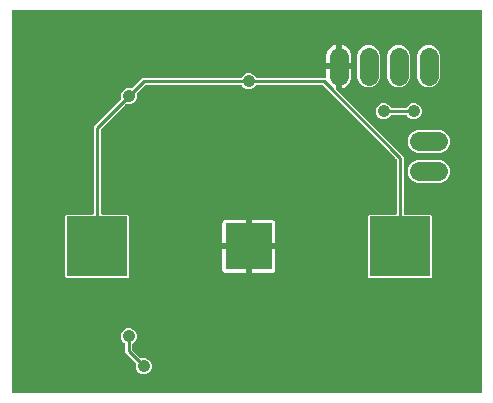
<source format=gbl>
G04 EAGLE Gerber RS-274X export*
G75*
%MOIN*%
%FSLAX36Y36*%
%LPD*%
%INBottom Copper Layer*%
%IPPOS*%
%AMOC8*
5,1,8,0,0,1.08239X$1,22.5*%
G01*
%ADD10C,0.064000*%
%ADD11R,0.155906X0.155906*%
%ADD12R,0.200000X0.200000*%
%ADD13C,0.041654*%
%ADD14C,0.010000*%

G36*
X1522472Y-89941D02*
X1522472Y-89941D01*
X1522939Y-89912D01*
X1523092Y-89862D01*
X1523250Y-89842D01*
X1523685Y-89670D01*
X1524131Y-89526D01*
X1524266Y-89440D01*
X1524415Y-89382D01*
X1524793Y-89107D01*
X1525189Y-88857D01*
X1525299Y-88740D01*
X1525428Y-88646D01*
X1525727Y-88286D01*
X1526048Y-87945D01*
X1526125Y-87805D01*
X1526227Y-87681D01*
X1526427Y-87258D01*
X1526653Y-86849D01*
X1526693Y-86694D01*
X1526761Y-86549D01*
X1526849Y-86090D01*
X1526967Y-85636D01*
X1526982Y-85398D01*
X1526997Y-85319D01*
X1526992Y-85238D01*
X1527007Y-85000D01*
X1527007Y1184606D01*
X1526949Y1185070D01*
X1526920Y1185538D01*
X1526870Y1185690D01*
X1526850Y1185849D01*
X1526678Y1186284D01*
X1526534Y1186729D01*
X1526448Y1186865D01*
X1526390Y1187013D01*
X1526115Y1187391D01*
X1525865Y1187787D01*
X1525748Y1187897D01*
X1525654Y1188027D01*
X1525294Y1188325D01*
X1524953Y1188646D01*
X1524813Y1188723D01*
X1524689Y1188826D01*
X1524266Y1189025D01*
X1523856Y1189251D01*
X1523701Y1189291D01*
X1523557Y1189360D01*
X1523098Y1189448D01*
X1522644Y1189565D01*
X1522406Y1189580D01*
X1522327Y1189595D01*
X1522246Y1189590D01*
X1522008Y1189606D01*
X-35000Y1189606D01*
X-35464Y1189547D01*
X-35931Y1189518D01*
X-36084Y1189469D01*
X-36242Y1189449D01*
X-36677Y1189277D01*
X-37123Y1189133D01*
X-37258Y1189047D01*
X-37407Y1188988D01*
X-37785Y1188714D01*
X-38181Y1188463D01*
X-38291Y1188346D01*
X-38421Y1188252D01*
X-38719Y1187892D01*
X-39040Y1187551D01*
X-39117Y1187411D01*
X-39219Y1187288D01*
X-39419Y1186865D01*
X-39645Y1186455D01*
X-39685Y1186300D01*
X-39753Y1186155D01*
X-39841Y1185696D01*
X-39959Y1185242D01*
X-39974Y1185004D01*
X-39989Y1184925D01*
X-39984Y1184844D01*
X-39999Y1184606D01*
X-39999Y-85000D01*
X-39941Y-85464D01*
X-39912Y-85931D01*
X-39862Y-86084D01*
X-39842Y-86242D01*
X-39670Y-86677D01*
X-39526Y-87123D01*
X-39440Y-87258D01*
X-39382Y-87407D01*
X-39107Y-87785D01*
X-38857Y-88181D01*
X-38740Y-88291D01*
X-38646Y-88421D01*
X-38286Y-88719D01*
X-37945Y-89040D01*
X-37805Y-89117D01*
X-37681Y-89219D01*
X-37258Y-89419D01*
X-36849Y-89645D01*
X-36694Y-89685D01*
X-36549Y-89753D01*
X-36090Y-89841D01*
X-35636Y-89959D01*
X-35398Y-89974D01*
X-35319Y-89989D01*
X-35238Y-89984D01*
X-35000Y-89999D01*
X1522008Y-89999D01*
X1522472Y-89941D01*
G37*
%LPC*%
G36*
X142593Y293999D02*
X142593Y293999D01*
X139078Y297514D01*
X139078Y502485D01*
X142593Y506001D01*
X229079Y506001D01*
X229543Y506059D01*
X230010Y506088D01*
X230162Y506137D01*
X230321Y506157D01*
X230756Y506329D01*
X231202Y506474D01*
X231337Y506559D01*
X231486Y506618D01*
X231864Y506892D01*
X232260Y507143D01*
X232370Y507260D01*
X232499Y507354D01*
X232797Y507714D01*
X233118Y508055D01*
X233196Y508195D01*
X233298Y508318D01*
X233497Y508742D01*
X233724Y509151D01*
X233764Y509306D01*
X233832Y509451D01*
X233920Y509910D01*
X234037Y510364D01*
X234053Y510602D01*
X234068Y510681D01*
X234063Y510762D01*
X234078Y511000D01*
X234078Y799635D01*
X241986Y807544D01*
X322549Y888106D01*
X322619Y888197D01*
X322707Y888272D01*
X323002Y888690D01*
X323316Y889095D01*
X323362Y889201D01*
X323428Y889295D01*
X323610Y889774D01*
X323814Y890244D01*
X323832Y890359D01*
X323873Y890466D01*
X323930Y890975D01*
X324010Y891481D01*
X323999Y891596D01*
X324012Y891711D01*
X323941Y892219D01*
X323893Y892728D01*
X323854Y892836D01*
X323838Y892951D01*
X323632Y893554D01*
X323172Y894664D01*
X323172Y905336D01*
X327257Y915196D01*
X334804Y922743D01*
X344664Y926827D01*
X355336Y926827D01*
X356446Y926368D01*
X356557Y926337D01*
X356660Y926285D01*
X357160Y926172D01*
X357654Y926037D01*
X357769Y926035D01*
X357881Y926010D01*
X358394Y926025D01*
X358906Y926017D01*
X359018Y926044D01*
X359133Y926047D01*
X359627Y926190D01*
X360124Y926309D01*
X360225Y926363D01*
X360336Y926395D01*
X360778Y926655D01*
X361231Y926894D01*
X361316Y926972D01*
X361416Y927030D01*
X361894Y927451D01*
X395443Y961001D01*
X722178Y961001D01*
X722293Y961015D01*
X722407Y961006D01*
X722912Y961093D01*
X723421Y961157D01*
X723528Y961200D01*
X723641Y961219D01*
X724109Y961430D01*
X724585Y961618D01*
X724679Y961686D01*
X724784Y961733D01*
X725183Y962052D01*
X725599Y962354D01*
X725672Y962443D01*
X725762Y962515D01*
X726071Y962924D01*
X726398Y963318D01*
X726447Y963422D01*
X726516Y963515D01*
X726797Y964087D01*
X727257Y965196D01*
X734804Y972743D01*
X744664Y976827D01*
X755336Y976827D01*
X765196Y972743D01*
X772743Y965196D01*
X773203Y964087D01*
X773260Y963987D01*
X773295Y963877D01*
X773569Y963444D01*
X773823Y962999D01*
X773903Y962916D01*
X773965Y962819D01*
X774337Y962468D01*
X774694Y962099D01*
X774793Y962039D01*
X774876Y961960D01*
X775324Y961713D01*
X775762Y961445D01*
X775872Y961411D01*
X775973Y961355D01*
X776470Y961226D01*
X776959Y961076D01*
X777073Y961070D01*
X777185Y961041D01*
X777821Y961001D01*
X1003000Y961001D01*
X1003464Y961059D01*
X1003931Y961088D01*
X1004084Y961137D01*
X1004242Y961157D01*
X1004677Y961329D01*
X1005123Y961474D01*
X1005258Y961559D01*
X1005407Y961618D01*
X1005785Y961892D01*
X1006181Y962143D01*
X1006291Y962260D01*
X1006421Y962354D01*
X1006719Y962714D01*
X1007040Y963055D01*
X1007117Y963195D01*
X1007219Y963318D01*
X1007419Y963742D01*
X1007645Y964151D01*
X1007685Y964306D01*
X1007753Y964451D01*
X1007841Y964910D01*
X1007959Y965364D01*
X1007974Y965602D01*
X1007989Y965681D01*
X1007984Y965762D01*
X1007999Y966000D01*
X1007999Y990001D01*
X1040001Y990001D01*
X1040001Y927627D01*
X1040049Y927242D01*
X1040061Y926853D01*
X1040128Y926623D01*
X1040158Y926385D01*
X1040300Y926024D01*
X1040408Y925650D01*
X1040530Y925443D01*
X1040618Y925220D01*
X1040847Y924906D01*
X1041044Y924571D01*
X1041306Y924272D01*
X1041354Y924207D01*
X1041391Y924176D01*
X1041465Y924092D01*
X1265922Y699635D01*
X1265922Y511000D01*
X1265980Y510536D01*
X1266009Y510069D01*
X1266059Y509916D01*
X1266079Y509757D01*
X1266251Y509323D01*
X1266395Y508877D01*
X1266481Y508742D01*
X1266539Y508593D01*
X1266814Y508215D01*
X1267064Y507819D01*
X1267181Y507709D01*
X1267275Y507579D01*
X1267635Y507281D01*
X1267976Y506960D01*
X1268116Y506883D01*
X1268240Y506781D01*
X1268663Y506581D01*
X1269073Y506355D01*
X1269228Y506315D01*
X1269372Y506247D01*
X1269831Y506159D01*
X1270285Y506041D01*
X1270523Y506026D01*
X1270602Y506011D01*
X1270683Y506016D01*
X1270921Y506001D01*
X1357407Y506001D01*
X1360922Y502485D01*
X1360922Y297514D01*
X1357407Y293999D01*
X1152436Y293999D01*
X1148921Y297514D01*
X1148921Y502485D01*
X1152436Y506001D01*
X1238921Y506001D01*
X1239385Y506059D01*
X1239852Y506088D01*
X1240005Y506137D01*
X1240164Y506157D01*
X1240599Y506329D01*
X1241044Y506474D01*
X1241180Y506559D01*
X1241328Y506618D01*
X1241706Y506892D01*
X1242102Y507143D01*
X1242212Y507260D01*
X1242342Y507354D01*
X1242640Y507714D01*
X1242961Y508055D01*
X1243038Y508195D01*
X1243141Y508318D01*
X1243340Y508742D01*
X1243566Y509151D01*
X1243606Y509306D01*
X1243675Y509451D01*
X1243763Y509910D01*
X1243880Y510364D01*
X1243895Y510602D01*
X1243910Y510681D01*
X1243905Y510762D01*
X1243921Y511000D01*
X1243921Y688451D01*
X1243872Y688837D01*
X1243860Y689225D01*
X1243794Y689456D01*
X1243764Y689694D01*
X1243621Y690055D01*
X1243513Y690429D01*
X1243391Y690635D01*
X1243303Y690858D01*
X1243075Y691173D01*
X1242877Y691508D01*
X1242615Y691806D01*
X1242567Y691872D01*
X1242530Y691903D01*
X1242456Y691986D01*
X996908Y937535D01*
X996600Y937773D01*
X996318Y938040D01*
X996108Y938156D01*
X995918Y938303D01*
X995561Y938457D01*
X995221Y938645D01*
X994989Y938705D01*
X994769Y938800D01*
X994385Y938861D01*
X994009Y938959D01*
X993612Y938984D01*
X993532Y938997D01*
X993484Y938992D01*
X993373Y938999D01*
X777821Y938999D01*
X777707Y938985D01*
X777592Y938994D01*
X777088Y938907D01*
X776579Y938842D01*
X776472Y938800D01*
X776358Y938780D01*
X775891Y938570D01*
X775414Y938382D01*
X775321Y938314D01*
X775216Y938267D01*
X774817Y937948D01*
X774401Y937646D01*
X774327Y937557D01*
X774238Y937485D01*
X773929Y937076D01*
X773602Y936681D01*
X773553Y936578D01*
X773484Y936485D01*
X773203Y935913D01*
X772743Y934804D01*
X765196Y927257D01*
X755336Y923172D01*
X744664Y923172D01*
X734804Y927257D01*
X727257Y934804D01*
X726797Y935913D01*
X726740Y936013D01*
X726705Y936123D01*
X726431Y936556D01*
X726177Y937001D01*
X726097Y937084D01*
X726035Y937181D01*
X725662Y937532D01*
X725305Y937901D01*
X725207Y937961D01*
X725123Y938040D01*
X724676Y938287D01*
X724238Y938555D01*
X724128Y938589D01*
X724027Y938645D01*
X723530Y938773D01*
X723041Y938924D01*
X722927Y938930D01*
X722815Y938959D01*
X722178Y938999D01*
X406627Y938999D01*
X406242Y938951D01*
X405853Y938939D01*
X405623Y938872D01*
X405385Y938842D01*
X405024Y938700D01*
X404650Y938592D01*
X404443Y938470D01*
X404220Y938382D01*
X403906Y938153D01*
X403571Y937956D01*
X403272Y937694D01*
X403207Y937646D01*
X403176Y937609D01*
X403092Y937535D01*
X377451Y911894D01*
X377381Y911803D01*
X377293Y911728D01*
X376998Y911310D01*
X376684Y910905D01*
X376638Y910799D01*
X376571Y910705D01*
X376390Y910226D01*
X376186Y909755D01*
X376168Y909641D01*
X376127Y909534D01*
X376070Y909025D01*
X375990Y908519D01*
X376000Y908404D01*
X375988Y908289D01*
X376059Y907781D01*
X376107Y907272D01*
X376146Y907163D01*
X376162Y907049D01*
X376368Y906446D01*
X376827Y905336D01*
X376827Y894664D01*
X372743Y884804D01*
X365196Y877257D01*
X355336Y873172D01*
X344664Y873172D01*
X343554Y873632D01*
X343443Y873663D01*
X343340Y873715D01*
X342840Y873828D01*
X342346Y873963D01*
X342231Y873965D01*
X342118Y873990D01*
X341605Y873975D01*
X341094Y873983D01*
X340982Y873956D01*
X340867Y873953D01*
X340373Y873810D01*
X339876Y873691D01*
X339774Y873637D01*
X339664Y873605D01*
X339222Y873345D01*
X338769Y873106D01*
X338683Y873028D01*
X338584Y872970D01*
X338106Y872549D01*
X257544Y791986D01*
X257305Y791679D01*
X257039Y791396D01*
X256923Y791186D01*
X256776Y790997D01*
X256621Y790640D01*
X256434Y790300D01*
X256374Y790068D01*
X256278Y789848D01*
X256217Y789464D01*
X256120Y789087D01*
X256095Y788691D01*
X256082Y788611D01*
X256086Y788563D01*
X256079Y788451D01*
X256079Y511000D01*
X256138Y510536D01*
X256167Y510069D01*
X256216Y509916D01*
X256236Y509757D01*
X256408Y509323D01*
X256552Y508877D01*
X256638Y508742D01*
X256697Y508593D01*
X256971Y508215D01*
X257222Y507819D01*
X257339Y507709D01*
X257433Y507579D01*
X257793Y507281D01*
X258134Y506960D01*
X258274Y506883D01*
X258397Y506781D01*
X258820Y506581D01*
X259230Y506355D01*
X259385Y506315D01*
X259530Y506247D01*
X259989Y506159D01*
X260442Y506041D01*
X260681Y506026D01*
X260760Y506011D01*
X260841Y506016D01*
X261079Y506001D01*
X347564Y506001D01*
X351079Y502485D01*
X351079Y297514D01*
X347564Y293999D01*
X142593Y293999D01*
G37*
%LPD*%
%LPC*%
G36*
X1342441Y929999D02*
X1342441Y929999D01*
X1328474Y935784D01*
X1317784Y946474D01*
X1311999Y960441D01*
X1311999Y1039559D01*
X1317784Y1053525D01*
X1328474Y1064215D01*
X1342441Y1070001D01*
X1357559Y1070001D01*
X1371525Y1064215D01*
X1382215Y1053525D01*
X1388001Y1039559D01*
X1388001Y960441D01*
X1382215Y946474D01*
X1371525Y935784D01*
X1357559Y929999D01*
X1342441Y929999D01*
G37*
%LPD*%
%LPC*%
G36*
X1242441Y929999D02*
X1242441Y929999D01*
X1228474Y935784D01*
X1217784Y946474D01*
X1211999Y960441D01*
X1211999Y1039559D01*
X1217784Y1053525D01*
X1228474Y1064215D01*
X1242441Y1070001D01*
X1257559Y1070001D01*
X1271525Y1064215D01*
X1282215Y1053525D01*
X1288001Y1039559D01*
X1288001Y960441D01*
X1282215Y946474D01*
X1271525Y935784D01*
X1257559Y929999D01*
X1242441Y929999D01*
G37*
%LPD*%
%LPC*%
G36*
X1142441Y929999D02*
X1142441Y929999D01*
X1128474Y935784D01*
X1117784Y946474D01*
X1111999Y960441D01*
X1111999Y1039559D01*
X1117784Y1053525D01*
X1128474Y1064215D01*
X1142441Y1070001D01*
X1157559Y1070001D01*
X1171525Y1064215D01*
X1182215Y1053525D01*
X1188001Y1039559D01*
X1188001Y960441D01*
X1182215Y946474D01*
X1171525Y935784D01*
X1157559Y929999D01*
X1142441Y929999D01*
G37*
%LPD*%
%LPC*%
G36*
X1310441Y711999D02*
X1310441Y711999D01*
X1296474Y717784D01*
X1285784Y728474D01*
X1279999Y742441D01*
X1279999Y757559D01*
X1285784Y771525D01*
X1296474Y782215D01*
X1310441Y788001D01*
X1389559Y788001D01*
X1403525Y782215D01*
X1414215Y771525D01*
X1420001Y757559D01*
X1420001Y742441D01*
X1414215Y728474D01*
X1403525Y717784D01*
X1389559Y711999D01*
X1310441Y711999D01*
G37*
%LPD*%
%LPC*%
G36*
X1310441Y611999D02*
X1310441Y611999D01*
X1296474Y617784D01*
X1285784Y628474D01*
X1279999Y642441D01*
X1279999Y657559D01*
X1285784Y671525D01*
X1296474Y682215D01*
X1310441Y688001D01*
X1389559Y688001D01*
X1403525Y682215D01*
X1414215Y671525D01*
X1420001Y657559D01*
X1420001Y642441D01*
X1414215Y628474D01*
X1403525Y617784D01*
X1389559Y611999D01*
X1310441Y611999D01*
G37*
%LPD*%
%LPC*%
G36*
X394664Y-26827D02*
X394664Y-26827D01*
X384804Y-22743D01*
X377257Y-15196D01*
X373172Y-5336D01*
X373172Y5336D01*
X373632Y6446D01*
X373663Y6557D01*
X373715Y6660D01*
X373828Y7160D01*
X373963Y7654D01*
X373965Y7769D01*
X373990Y7881D01*
X373975Y8394D01*
X373983Y8906D01*
X373956Y9018D01*
X373953Y9133D01*
X373810Y9627D01*
X373691Y10124D01*
X373637Y10225D01*
X373605Y10336D01*
X373345Y10779D01*
X373106Y11231D01*
X373028Y11316D01*
X372970Y11416D01*
X372549Y11894D01*
X346908Y37535D01*
X338999Y45443D01*
X338999Y72178D01*
X338985Y72293D01*
X338994Y72407D01*
X338907Y72912D01*
X338842Y73421D01*
X338800Y73528D01*
X338780Y73641D01*
X338570Y74109D01*
X338382Y74585D01*
X338314Y74679D01*
X338267Y74784D01*
X337948Y75183D01*
X337646Y75599D01*
X337557Y75672D01*
X337485Y75762D01*
X337076Y76071D01*
X336681Y76398D01*
X336578Y76447D01*
X336485Y76516D01*
X335913Y76797D01*
X334804Y77257D01*
X327257Y84804D01*
X323172Y94664D01*
X323172Y105336D01*
X327257Y115196D01*
X334804Y122743D01*
X344664Y126827D01*
X355336Y126827D01*
X365196Y122743D01*
X372743Y115196D01*
X376827Y105336D01*
X376827Y94664D01*
X372743Y84804D01*
X365196Y77257D01*
X364087Y76797D01*
X363987Y76740D01*
X363877Y76705D01*
X363444Y76431D01*
X362999Y76177D01*
X362916Y76097D01*
X362819Y76035D01*
X362468Y75662D01*
X362099Y75305D01*
X362039Y75207D01*
X361960Y75123D01*
X361713Y74676D01*
X361445Y74238D01*
X361411Y74128D01*
X361355Y74027D01*
X361226Y73530D01*
X361076Y73041D01*
X361070Y72927D01*
X361041Y72815D01*
X361001Y72178D01*
X361001Y56627D01*
X361049Y56242D01*
X361061Y55853D01*
X361127Y55623D01*
X361157Y55385D01*
X361300Y55024D01*
X361408Y54650D01*
X361530Y54443D01*
X361618Y54220D01*
X361846Y53906D01*
X362044Y53571D01*
X362306Y53272D01*
X362354Y53207D01*
X362391Y53176D01*
X362465Y53092D01*
X388106Y27451D01*
X388197Y27381D01*
X388272Y27293D01*
X388690Y26998D01*
X389095Y26684D01*
X389201Y26638D01*
X389295Y26571D01*
X389774Y26390D01*
X390244Y26186D01*
X390359Y26168D01*
X390466Y26127D01*
X390975Y26070D01*
X391481Y25990D01*
X391596Y26000D01*
X391711Y25988D01*
X392219Y26059D01*
X392728Y26107D01*
X392836Y26146D01*
X392951Y26162D01*
X393554Y26368D01*
X394664Y26827D01*
X405336Y26827D01*
X415196Y22743D01*
X422743Y15196D01*
X426827Y5336D01*
X426827Y-5336D01*
X422743Y-15196D01*
X415196Y-22743D01*
X405336Y-26827D01*
X394664Y-26827D01*
G37*
%LPD*%
%LPC*%
G36*
X759999Y409999D02*
X759999Y409999D01*
X759999Y487953D01*
X829270Y487953D01*
X831813Y487272D01*
X834093Y485955D01*
X835955Y484093D01*
X837272Y481813D01*
X837953Y479270D01*
X837953Y409999D01*
X759999Y409999D01*
G37*
%LPD*%
%LPC*%
G36*
X662046Y409999D02*
X662046Y409999D01*
X662047Y479270D01*
X662728Y481813D01*
X664045Y484093D01*
X665907Y485955D01*
X668187Y487272D01*
X670730Y487953D01*
X740001Y487953D01*
X740001Y409999D01*
X662046Y409999D01*
G37*
%LPD*%
%LPC*%
G36*
X759999Y312047D02*
X759999Y312047D01*
X759999Y390001D01*
X837953Y390001D01*
X837953Y320730D01*
X837272Y318187D01*
X835955Y315907D01*
X834093Y314045D01*
X831813Y312728D01*
X829270Y312047D01*
X759999Y312047D01*
G37*
%LPD*%
%LPC*%
G36*
X670730Y312047D02*
X670730Y312047D01*
X668187Y312728D01*
X665907Y314045D01*
X664045Y315907D01*
X662728Y318187D01*
X662047Y320730D01*
X662047Y390001D01*
X740001Y390001D01*
X740001Y312046D01*
X670730Y312047D01*
G37*
%LPD*%
%LPC*%
G36*
X1194664Y823172D02*
X1194664Y823172D01*
X1184804Y827257D01*
X1177257Y834804D01*
X1173172Y844664D01*
X1173172Y855336D01*
X1177257Y865196D01*
X1184804Y872743D01*
X1194664Y876827D01*
X1205336Y876827D01*
X1215196Y872743D01*
X1222743Y865196D01*
X1223203Y864087D01*
X1223260Y863987D01*
X1223295Y863877D01*
X1223569Y863444D01*
X1223823Y862999D01*
X1223903Y862916D01*
X1223965Y862819D01*
X1224337Y862468D01*
X1224694Y862099D01*
X1224793Y862039D01*
X1224876Y861960D01*
X1225324Y861713D01*
X1225762Y861445D01*
X1225872Y861411D01*
X1225973Y861355D01*
X1226470Y861226D01*
X1226959Y861076D01*
X1227073Y861070D01*
X1227185Y861041D01*
X1227821Y861001D01*
X1272178Y861001D01*
X1272293Y861015D01*
X1272407Y861006D01*
X1272912Y861093D01*
X1273421Y861157D01*
X1273528Y861200D01*
X1273641Y861219D01*
X1274109Y861430D01*
X1274585Y861618D01*
X1274679Y861686D01*
X1274784Y861733D01*
X1275183Y862052D01*
X1275599Y862354D01*
X1275672Y862443D01*
X1275762Y862515D01*
X1276071Y862924D01*
X1276398Y863318D01*
X1276447Y863422D01*
X1276516Y863515D01*
X1276797Y864087D01*
X1277257Y865196D01*
X1284804Y872743D01*
X1294664Y876827D01*
X1305336Y876827D01*
X1315196Y872743D01*
X1322743Y865196D01*
X1326827Y855336D01*
X1326827Y844664D01*
X1322743Y834804D01*
X1315196Y827257D01*
X1305336Y823172D01*
X1294664Y823172D01*
X1284804Y827257D01*
X1277257Y834804D01*
X1276797Y835913D01*
X1276740Y836013D01*
X1276705Y836123D01*
X1276431Y836556D01*
X1276177Y837001D01*
X1276097Y837084D01*
X1276035Y837181D01*
X1275662Y837532D01*
X1275305Y837901D01*
X1275207Y837961D01*
X1275123Y838040D01*
X1274676Y838287D01*
X1274238Y838555D01*
X1274128Y838589D01*
X1274027Y838645D01*
X1273530Y838773D01*
X1273041Y838924D01*
X1272927Y838930D01*
X1272815Y838959D01*
X1272178Y838999D01*
X1227821Y838999D01*
X1227707Y838985D01*
X1227592Y838994D01*
X1227088Y838907D01*
X1226579Y838842D01*
X1226472Y838800D01*
X1226358Y838780D01*
X1225891Y838570D01*
X1225414Y838382D01*
X1225321Y838314D01*
X1225216Y838267D01*
X1224817Y837948D01*
X1224401Y837646D01*
X1224327Y837557D01*
X1224238Y837485D01*
X1223929Y837076D01*
X1223602Y836681D01*
X1223553Y836578D01*
X1223484Y836485D01*
X1223203Y835913D01*
X1222743Y834804D01*
X1215196Y827257D01*
X1205336Y823172D01*
X1194664Y823172D01*
G37*
%LPD*%
%LPC*%
G36*
X1059999Y1009999D02*
X1059999Y1009999D01*
X1059999Y1072913D01*
X1066123Y1070923D01*
X1072013Y1067922D01*
X1077361Y1064036D01*
X1082036Y1059361D01*
X1085922Y1054013D01*
X1088923Y1048123D01*
X1090966Y1041835D01*
X1092001Y1035305D01*
X1092001Y1009999D01*
X1059999Y1009999D01*
G37*
%LPD*%
%LPC*%
G36*
X1059999Y990001D02*
X1059999Y990001D01*
X1092001Y990001D01*
X1092001Y964695D01*
X1090966Y958164D01*
X1088923Y951877D01*
X1085922Y945987D01*
X1082036Y940639D01*
X1077361Y935963D01*
X1072013Y932077D01*
X1066123Y929076D01*
X1059999Y927087D01*
X1059999Y990001D01*
G37*
%LPD*%
%LPC*%
G36*
X1007999Y1009999D02*
X1007999Y1009999D01*
X1007999Y1035305D01*
X1009033Y1041835D01*
X1009504Y1043284D01*
X1009505Y1043285D01*
X1011076Y1048123D01*
X1014077Y1054013D01*
X1017963Y1059361D01*
X1022639Y1064036D01*
X1027987Y1067922D01*
X1033877Y1070923D01*
X1040001Y1072913D01*
X1040001Y1009999D01*
X1007999Y1009999D01*
G37*
%LPD*%
%LPC*%
G36*
X1049999Y999999D02*
X1049999Y999999D01*
X1049999Y1000001D01*
X1050001Y1000001D01*
X1050001Y999999D01*
X1049999Y999999D01*
G37*
%LPD*%
%LPC*%
G36*
X749999Y399999D02*
X749999Y399999D01*
X749999Y400001D01*
X750001Y400001D01*
X750001Y399999D01*
X749999Y399999D01*
G37*
%LPD*%
D10*
X1050000Y968000D02*
X1050000Y1032000D01*
X1150000Y1032000D02*
X1150000Y968000D01*
X1250000Y968000D02*
X1250000Y1032000D01*
X1350000Y1032000D02*
X1350000Y968000D01*
X1318000Y750000D02*
X1382000Y750000D01*
X1382000Y650000D02*
X1318000Y650000D01*
D11*
X750000Y400000D03*
D12*
X1254921Y400000D03*
X245079Y400000D03*
D13*
X750000Y950000D03*
D14*
X400000Y950000D01*
X350000Y900000D01*
D13*
X350000Y900000D03*
D14*
X750000Y950000D02*
X1000000Y950000D01*
X1254921Y695079D01*
X350000Y900000D02*
X245079Y795079D01*
X245079Y400000D01*
X1254921Y400000D02*
X1254921Y695079D01*
D13*
X1300000Y850000D03*
X1200000Y850000D03*
D14*
X1300000Y850000D01*
D13*
X400000Y0D03*
D14*
X350000Y50000D01*
X350000Y100000D01*
D13*
X350000Y100000D03*
M02*

</source>
